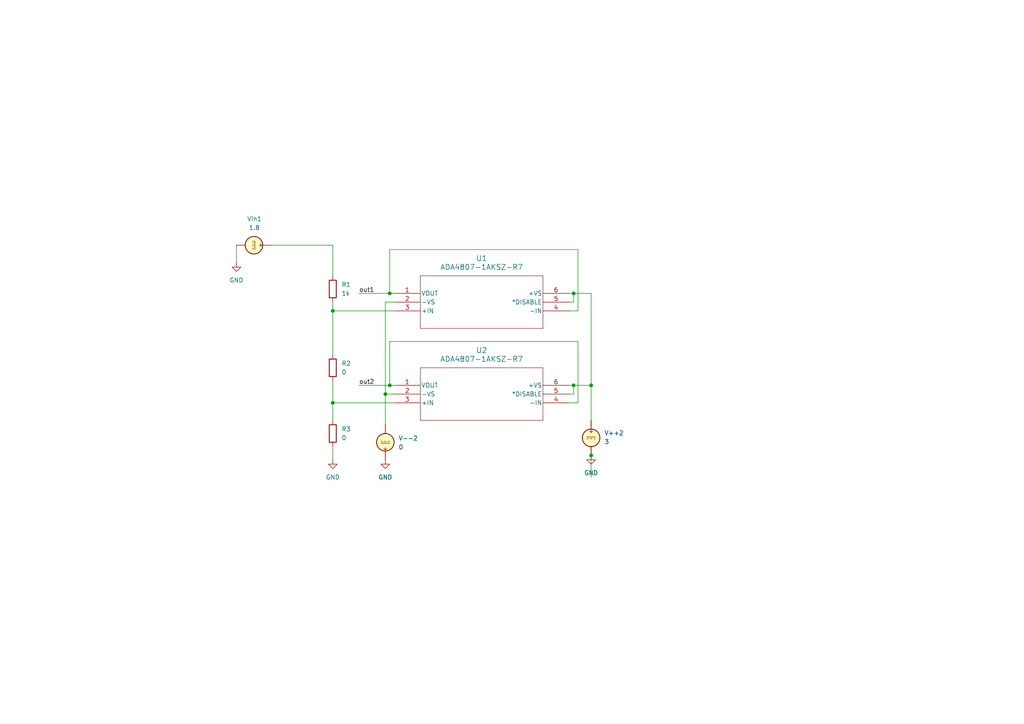
<source format=kicad_sch>
(kicad_sch (version 20231120) (generator "eeschema") (generator_version "8.0")
  (paper "A4")
  (lib_symbols
    (symbol "Device:R" (pin_numbers hide) (pin_names (offset 0))
      (property "Reference" "R" (at 2.032 0 90))
      (property "Value" "R" (at 0 0 90))
      (symbol "R_0_1"
        (rectangle (start -1.016 -2.54) (end 1.016 2.54) (stroke (width 0.254)))
      )
      (symbol "R_1_1"
        (pin passive line (at 0 3.81 270) (length 1.27) (name "~") (number "1"))
        (pin passive line (at 0 -3.81 90) (length 1.27) (name "~") (number "2"))
      )
    )
    (symbol "Opamp:ADA4807-1AKSZ-R7" (pin_names (offset 0.254))
      (property "Reference" "U" (at 25.4 10.16 0))
      (property "Value" "ADA4807-1AKSZ-R7" (at 25.4 7.62 0))
      (symbol "ADA4807-1AKSZ-R7_0_1"
        (polyline (pts (xy 7.62 -10.16) (xy 43.18 -10.16)) (stroke (width 0.127)))
        (polyline (pts (xy 7.62 5.08) (xy 7.62 -10.16)) (stroke (width 0.127)))
        (polyline (pts (xy 43.18 -10.16) (xy 43.18 5.08)) (stroke (width 0.127)))
        (polyline (pts (xy 43.18 5.08) (xy 7.62 5.08)) (stroke (width 0.127)))
        (pin power_in line (at 0 0 0) (length 7.62) (name "VOUT") (number "1"))
        (pin power_in line (at 0 -2.54 0) (length 7.62) (name "-VS") (number "2"))
        (pin input line (at 0 -5.08 0) (length 7.62) (name "+IN") (number "3"))
        (pin input line (at 50.8 -5.08 180) (length 7.62) (name "-IN") (number "4"))
        (pin unspecified line (at 50.8 -2.54 180) (length 7.62) (name "*DISABLE") (number "5"))
        (pin power_in line (at 50.8 0 180) (length 7.62) (name "+VS") (number "6"))
      )
    )
    (symbol "Simulation_SPICE:VDC" (pin_numbers hide) (pin_names (offset 0.0254))
      (property "Reference" "V" (at 2.54 2.54 0))
      (property "Value" "1" (at 2.54 0 0))
      (symbol "VDC_0_0"
        (polyline (pts (xy -1.27 0.254) (xy 1.27 0.254)))
        (polyline (pts (xy -0.762 -0.254) (xy -1.27 -0.254)))
        (polyline (pts (xy 0.254 -0.254) (xy -0.254 -0.254)))
        (polyline (pts (xy 1.27 -0.254) (xy 0.762 -0.254)))
        (text "+" (at 0 1.905 0) (effects (font (size 1.27 1.27))))
      )
      (symbol "VDC_0_1"
        (circle (center 0 0) (radius 2.54) (stroke (width 0.254)) (fill (type background)))
      )
      (symbol "VDC_1_1"
        (pin passive line (at 0 5.08 270) (length 2.54) (name "~") (number "1"))
        (pin passive line (at 0 -5.08 90) (length 2.54) (name "~") (number "2"))
      )
    )
    (symbol "power:GND" (power) (pin_numbers hide) (pin_names (offset 0) hide)
      (property "Value" "GND" (at 0 -3.81 0))
      (symbol "GND_0_1"
        (polyline (pts (xy 0 0) (xy 0 -1.27) (xy 1.27 -1.27) (xy 0 -2.54) (xy -1.27 -1.27) (xy 0 -1.27)))
      )
      (symbol "GND_1_1"
        (pin power_in line (at 0 0 270) (length 0) (name "~") (number "1"))
      )
    )
  )
  (junction (at 96.52 90.17))
  (junction (at 113.03 85.09))
  (junction (at 166.37 111.76))
  (junction (at 113.03 111.76))
  (junction (at 171.45 111.76))
  (junction (at 171.45 132.08))
  (junction (at 166.37 85.09))
  (junction (at 111.76 114.3))
  (junction (at 96.52 116.84))
  (wire (pts (xy 111.76 114.3) (xy 114.3 114.3)))
  (wire (pts (xy 166.37 111.76) (xy 166.37 114.3)))
  (wire (pts (xy 96.52 129.54) (xy 96.52 133.35)))
  (wire (pts (xy 165.1 85.09) (xy 166.37 85.09)))
  (wire (pts (xy 96.52 71.12) (xy 96.52 80.01)))
  (wire (pts (xy 167.64 72.39) (xy 113.03 72.39)))
  (wire (pts (xy 166.37 111.76) (xy 171.45 111.76)))
  (wire (pts (xy 167.64 90.17) (xy 167.64 72.39)))
  (wire (pts (xy 96.52 71.12) (xy 78.74 71.12)))
  (wire (pts (xy 111.76 87.63) (xy 114.3 87.63)))
  (wire (pts (xy 165.1 114.3) (xy 166.37 114.3)))
  (wire (pts (xy 96.52 90.17) (xy 96.52 102.87)))
  (wire (pts (xy 167.64 116.84) (xy 167.64 99.06)))
  (wire (pts (xy 96.52 110.49) (xy 96.52 116.84)))
  (wire (pts (xy 171.45 85.09) (xy 171.45 111.76)))
  (wire (pts (xy 104.14 111.76) (xy 113.03 111.76)))
  (wire (pts (xy 166.37 85.09) (xy 166.37 87.63)))
  (wire (pts (xy 68.58 71.12) (xy 68.58 76.2)))
  (wire (pts (xy 104.14 85.09) (xy 113.03 85.09)))
  (wire (pts (xy 166.37 85.09) (xy 171.45 85.09)))
  (wire (pts (xy 96.52 87.63) (xy 96.52 90.17)))
  (wire (pts (xy 165.1 87.63) (xy 166.37 87.63)))
  (wire (pts (xy 111.76 114.3) (xy 111.76 123.19)))
  (wire (pts (xy 171.45 132.08) (xy 171.45 138.43)))
  (wire (pts (xy 113.03 72.39) (xy 113.03 85.09)))
  (wire (pts (xy 165.1 116.84) (xy 167.64 116.84)))
  (wire (pts (xy 113.03 99.06) (xy 113.03 111.76)))
  (wire (pts (xy 113.03 111.76) (xy 114.3 111.76)))
  (wire (pts (xy 111.76 87.63) (xy 111.76 114.3)))
  (wire (pts (xy 113.03 85.09) (xy 114.3 85.09)))
  (wire (pts (xy 96.52 90.17) (xy 114.3 90.17)))
  (wire (pts (xy 165.1 90.17) (xy 167.64 90.17)))
  (wire (pts (xy 167.64 99.06) (xy 113.03 99.06)))
  (wire (pts (xy 96.52 116.84) (xy 114.3 116.84)))
  (wire (pts (xy 165.1 111.76) (xy 166.37 111.76)))
  (wire (pts (xy 96.52 116.84) (xy 96.52 121.92)))
  (wire (pts (xy 171.45 111.76) (xy 171.45 121.92)))
  (label "out1" (at 104.14 85.09 0))
  (label "out2" (at 104.14 111.76 0))
  (symbol (lib_id "power:GND") (at 68.58 76.2 0) (unit 1)
    (property "Reference" "#PWR01" (effects (hide yes)))
    (property "Value" "GND" (at 68.58 81.28 0))
    (property "Description" "Power symbol creates a global label with name \"GND\" , ground" (effects (hide yes)))
  )
  (symbol (lib_id "power:GND") (at 171.45 132.08 0) (unit 1)
    (property "Reference" "#PWR07" (effects (hide yes)))
    (property "Value" "GND" (at 171.45 137.16 0))
    (property "Description" "Power symbol creates a global label with name \"GND\" , ground" (effects (hide yes)))
  )
  (symbol (lib_id "Device:R") (at 96.52 83.82 0) (unit 1)
    (property "Reference" "R1" (at 99.06 82.5499 0) (effects (justify left)))
    (property "Value" "1k" (at 99.06 85.0899 0) (effects (justify left)))
    (property "Description" "Resistor" (effects (hide yes)))
  )
  (symbol (lib_id "Device:R") (at 96.52 125.73 0) (unit 1)
    (property "Reference" "R3" (at 99.06 124.4599 0) (effects (justify left)))
    (property "Value" "0" (at 99.06 126.9999 0) (effects (justify left)))
    (property "Description" "Resistor" (effects (hide yes)))
  )
  (symbol (lib_id "power:GND") (at 96.52 133.35 0) (unit 1)
    (property "Reference" "#PWR05" (effects (hide yes)))
    (property "Value" "GND" (at 96.52 138.43 0))
    (property "Description" "Power symbol creates a global label with name \"GND\" , ground" (effects (hide yes)))
  )
  (symbol (lib_id "Device:R") (at 96.52 106.68 0) (unit 1)
    (property "Reference" "R2" (at 99.06 105.4099 0) (effects (justify left)))
    (property "Value" "0" (at 99.06 107.9499 0) (effects (justify left)))
    (property "Description" "Resistor" (effects (hide yes)))
  )
  (symbol (lib_id "Opamp:ADA4807-1AKSZ-R7") (at 114.3 111.76 0) (unit 1)
    (property "Reference" "U2" (at 139.7 101.6 0) (effects (font (size 1.524 1.524))))
    (property "Value" "ADA4807-1AKSZ-R7" (at 139.7 104.14 0) (effects (font (size 1.524 1.524))))
    (property "Footprint" "KS-6_ADI" (effects (hide yes)))
    (property "Datasheet" "ADA4807-1AKSZ-R7" (effects (hide yes)))
    (property "Sim.Library" "/home/maxwell/github-repos/sp-24-EE628/6_Test/2_PCB/test_board_1/TestBoardEDA/models/ADA4807.cir" (effects (hide yes)))
    (property "Sim.Name" "ADA4807" (effects (hide yes)))
    (property "Sim.Device" "SUBCKT" (effects (hide yes)))
    (property "Sim.Pins" "1=104 2=103 3=100 4=101 5=106 6=102" (effects (hide yes)))
  )
  (symbol (lib_id "Simulation_SPICE:VDC") (at 73.66 71.12 270) (unit 1)
    (property "Reference" "Vin1" (at 73.7898 63.5 90))
    (property "Value" "1.8" (at 73.7898 66.04 90))
    (property "Datasheet" "https://ngspice.sourceforge.io/docs/ngspice-html-manual/manual.xhtml#sec_Independent_Sources_for" (effects (hide yes)))
    (property "Description" "Voltage source, DC" (effects (hide yes)))
    (property "Sim.Pins" "1=+ 2=-" (effects (hide yes)))
    (property "Sim.Type" "DC" (effects (hide yes)))
    (property "Sim.Device" "V" (effects (hide yes)))
  )
  (symbol (lib_id "Simulation_SPICE:VDC") (at 111.76 128.27 180) (unit 1)
    (property "Reference" "V--2" (at 115.57 127.1297 0) (effects (justify right)))
    (property "Value" "0" (at 115.57 129.6697 0) (effects (justify right)))
    (property "Datasheet" "https://ngspice.sourceforge.io/docs/ngspice-html-manual/manual.xhtml#sec_Independent_Sources_for" (effects (hide yes)))
    (property "Description" "Voltage source, DC" (effects (hide yes)))
    (property "Sim.Pins" "1=+ 2=-" (effects (hide yes)))
    (property "Sim.Type" "DC" (effects (hide yes)))
    (property "Sim.Device" "V" (effects (hide yes)))
  )
  (symbol (lib_id "Opamp:ADA4807-1AKSZ-R7") (at 114.3 85.09 0) (unit 1)
    (property "Reference" "U1" (at 139.7 74.93 0) (effects (font (size 1.524 1.524))))
    (property "Value" "ADA4807-1AKSZ-R7" (at 139.7 77.47 0) (effects (font (size 1.524 1.524))))
    (property "Footprint" "KS-6_ADI" (effects (hide yes)))
    (property "Datasheet" "ADA4807-1AKSZ-R7" (effects (hide yes)))
    (property "Sim.Library" "/home/maxwell/github-repos/sp-24-EE628/6_Test/2_PCB/test_board_1/TestBoardEDA/models/ADA4807.cir" (effects (hide yes)))
    (property "Sim.Name" "ADA4807" (effects (hide yes)))
    (property "Sim.Device" "SUBCKT" (effects (hide yes)))
    (property "Sim.Pins" "1=104 2=103 3=100 4=101 5=106 6=102" (effects (hide yes)))
  )
  (symbol (lib_id "Simulation_SPICE:VDC") (at 171.45 127 0) (unit 1)
    (property "Reference" "V++2" (at 175.26 125.6001 0) (effects (justify left)))
    (property "Value" "3" (at 175.26 128.1401 0) (effects (justify left)))
    (property "Datasheet" "https://ngspice.sourceforge.io/docs/ngspice-html-manual/manual.xhtml#sec_Independent_Sources_for" (effects (hide yes)))
    (property "Description" "Voltage source, DC" (effects (hide yes)))
    (property "Sim.Pins" "1=+ 2=-" (effects (hide yes)))
    (property "Sim.Type" "DC" (effects (hide yes)))
    (property "Sim.Device" "V" (effects (hide yes)))
  )
  (symbol (lib_id "power:GND") (at 111.76 133.35 0) (unit 1)
    (property "Reference" "#PWR06" (effects (hide yes)))
    (property "Value" "GND" (at 111.76 138.43 0))
    (property "Description" "Power symbol creates a global label with name \"GND\" , ground" (effects (hide yes)))
  )
)
</source>
